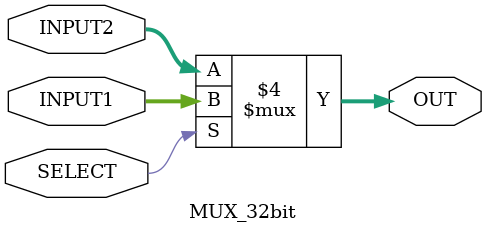
<source format=v>

module MUX_32bit(OUT,SELECT,INPUT1,INPUT2); 

input SELECT;
input [31:0] INPUT1,INPUT2;
output reg [31:0] OUT;
always @ (INPUT1 or INPUT2 or SELECT)   //mux have to generate output whenever inputsignals get changed
begin
	if (SELECT==1) 
		OUT = INPUT1;   //selecting inputs for output
	else 
		OUT = INPUT2;
end

endmodule



</source>
